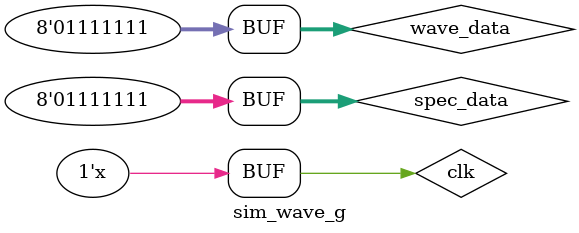
<source format=v>
`timescale 1ns / 1ps


module sim_wave_g;
reg clk=0;
always#10
    clk = ~clk;
    wire[8:0] wave_addr;
    reg[7:0] wave_data = 8'h7f;
    wire[16:0] disp_addr;
    wire[5:0] color;
    wire wea;
    wave_generator uut_wave_g(
        .clk_in(clk),//DCLK 50MHz
        .reset_in(0),//RESET ¸´Î»ÐÅºÅ£¬ÔÝÊ±²»ÓÃ
        .col_val_out(wave_addr),//!!!!!!!!!!!!!!!!!!!!!!!!!!!!!´ý²âÓÃ9Î»³¤¶È×÷ÎªµØÖ·»á²»»áÒç³ö
        .wave_in(wave_data),
        .disp_wave_addr_out(disp_addr),//Êä³ö¸øÏÔ´æA¿ÚµÄµØÖ·
        .color_out(color),//ÒªÐ´µ½ÏÔ´æµÄÊý¾Ý£¨ÑÕÉ«£©
        .wea_out(wea)//ÏÔ´æA¿ÚµÄÐ´Ê¹ÄÜ
        
        );
            wire[8:0] spec_addr;
        reg[7:0] spec_data = 8'h7f;
        wire[16:0] disp_spec_addr;
        wire[5:0] spec_color;
        wire spec_wea;
spec_generator uut_spec_g(
    .clk_in(clk),//DCLK 50MHz
    .reset_in(0),//RESET ¸´Î»ÐÅºÅ£¬ÔÝÊ±²»ÓÃ
    .col_val_out(spec_addr),//!!!!!!!!!!!!!!!!!!!!!!!!!!!!!´ý²âÓÃ9Î»³¤¶È×÷ÎªµØÖ·»á²»»áÒç³ö
    .spec_in(spec_data),
    .disp_spec_addr_out(disp_spec_addr),//Êä³ö¸øÏÔ´æA¿ÚµÄµØÖ·
    .color_out(spec_color),//ÒªÐ´µ½ÏÔ´æµÄÊý¾Ý£¨ÑÕÉ«£©
    .wea_out(spec_wea)//ÏÔ´æA¿ÚµÄÐ´Ê¹ÄÜ
    
    );
    
endmodule

</source>
